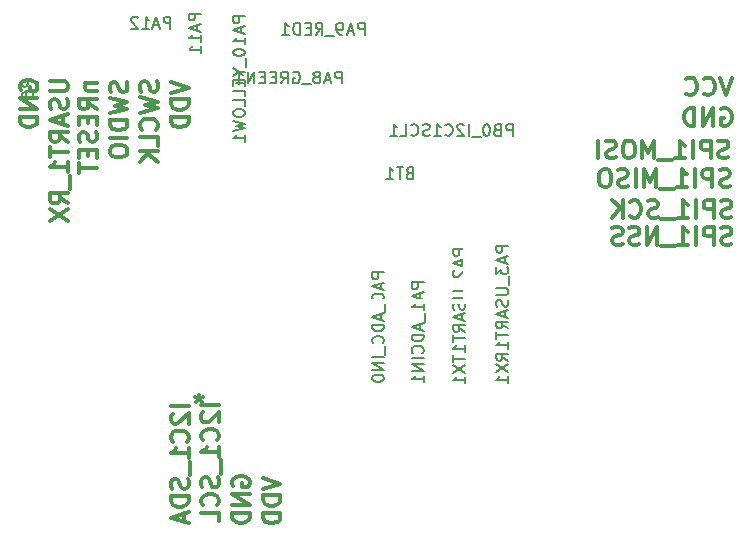
<source format=gbr>
G04 #@! TF.FileFunction,Legend,Bot*
%FSLAX46Y46*%
G04 Gerber Fmt 4.6, Leading zero omitted, Abs format (unit mm)*
G04 Created by KiCad (PCBNEW (2015-04-17 BZR 5609)-product) date Friday, 04 September 2015 01:48:52 pm*
%MOMM*%
G01*
G04 APERTURE LIST*
%ADD10C,0.100000*%
%ADD11C,0.300000*%
%ADD12C,0.150000*%
%ADD13C,0.400000*%
%ADD14C,0.500000*%
%ADD15C,2.235200*%
%ADD16R,1.727200X2.032000*%
%ADD17O,1.727200X2.032000*%
%ADD18R,2.235200X2.235200*%
%ADD19R,2.032000X1.727200*%
%ADD20O,2.032000X1.727200*%
%ADD21R,3.200000X4.200000*%
G04 APERTURE END LIST*
D10*
D11*
X142586971Y-91878400D02*
X144086971Y-92378400D01*
X142586971Y-92878400D01*
X144086971Y-93378400D02*
X142586971Y-93378400D01*
X142586971Y-93735543D01*
X142658400Y-93949828D01*
X142801257Y-94092686D01*
X142944114Y-94164114D01*
X143229829Y-94235543D01*
X143444114Y-94235543D01*
X143729829Y-94164114D01*
X143872686Y-94092686D01*
X144015543Y-93949828D01*
X144086971Y-93735543D01*
X144086971Y-93378400D01*
X144086971Y-94878400D02*
X142586971Y-94878400D01*
X142586971Y-95235543D01*
X142658400Y-95449828D01*
X142801257Y-95592686D01*
X142944114Y-95664114D01*
X143229829Y-95735543D01*
X143444114Y-95735543D01*
X143729829Y-95664114D01*
X143872686Y-95592686D01*
X144015543Y-95449828D01*
X144086971Y-95235543D01*
X144086971Y-94878400D01*
X141424743Y-91857143D02*
X141496171Y-92071429D01*
X141496171Y-92428572D01*
X141424743Y-92571429D01*
X141353314Y-92642858D01*
X141210457Y-92714286D01*
X141067600Y-92714286D01*
X140924743Y-92642858D01*
X140853314Y-92571429D01*
X140781886Y-92428572D01*
X140710457Y-92142858D01*
X140639029Y-92000000D01*
X140567600Y-91928572D01*
X140424743Y-91857143D01*
X140281886Y-91857143D01*
X140139029Y-91928572D01*
X140067600Y-92000000D01*
X139996171Y-92142858D01*
X139996171Y-92500000D01*
X140067600Y-92714286D01*
X139996171Y-93214286D02*
X141496171Y-93571429D01*
X140424743Y-93857143D01*
X141496171Y-94142857D01*
X139996171Y-94500000D01*
X141353314Y-95928572D02*
X141424743Y-95857143D01*
X141496171Y-95642857D01*
X141496171Y-95500000D01*
X141424743Y-95285715D01*
X141281886Y-95142857D01*
X141139029Y-95071429D01*
X140853314Y-95000000D01*
X140639029Y-95000000D01*
X140353314Y-95071429D01*
X140210457Y-95142857D01*
X140067600Y-95285715D01*
X139996171Y-95500000D01*
X139996171Y-95642857D01*
X140067600Y-95857143D01*
X140139029Y-95928572D01*
X141496171Y-97285715D02*
X141496171Y-96571429D01*
X139996171Y-96571429D01*
X141496171Y-97785715D02*
X139996171Y-97785715D01*
X141496171Y-98642858D02*
X140639029Y-98000001D01*
X139996171Y-98642858D02*
X140853314Y-97785715D01*
X138833943Y-91919028D02*
X138905371Y-92133314D01*
X138905371Y-92490457D01*
X138833943Y-92633314D01*
X138762514Y-92704743D01*
X138619657Y-92776171D01*
X138476800Y-92776171D01*
X138333943Y-92704743D01*
X138262514Y-92633314D01*
X138191086Y-92490457D01*
X138119657Y-92204743D01*
X138048229Y-92061885D01*
X137976800Y-91990457D01*
X137833943Y-91919028D01*
X137691086Y-91919028D01*
X137548229Y-91990457D01*
X137476800Y-92061885D01*
X137405371Y-92204743D01*
X137405371Y-92561885D01*
X137476800Y-92776171D01*
X137405371Y-93276171D02*
X138905371Y-93633314D01*
X137833943Y-93919028D01*
X138905371Y-94204742D01*
X137405371Y-94561885D01*
X138905371Y-95133314D02*
X137405371Y-95133314D01*
X137405371Y-95490457D01*
X137476800Y-95704742D01*
X137619657Y-95847600D01*
X137762514Y-95919028D01*
X138048229Y-95990457D01*
X138262514Y-95990457D01*
X138548229Y-95919028D01*
X138691086Y-95847600D01*
X138833943Y-95704742D01*
X138905371Y-95490457D01*
X138905371Y-95133314D01*
X138905371Y-96633314D02*
X137405371Y-96633314D01*
X137405371Y-97633314D02*
X137405371Y-97919028D01*
X137476800Y-98061886D01*
X137619657Y-98204743D01*
X137905371Y-98276171D01*
X138405371Y-98276171D01*
X138691086Y-98204743D01*
X138833943Y-98061886D01*
X138905371Y-97919028D01*
X138905371Y-97633314D01*
X138833943Y-97490457D01*
X138691086Y-97347600D01*
X138405371Y-97276171D01*
X137905371Y-97276171D01*
X137619657Y-97347600D01*
X137476800Y-97490457D01*
X137405371Y-97633314D01*
X135314571Y-91992915D02*
X136314571Y-91992915D01*
X135457429Y-91992915D02*
X135386000Y-92064343D01*
X135314571Y-92207201D01*
X135314571Y-92421486D01*
X135386000Y-92564343D01*
X135528857Y-92635772D01*
X136314571Y-92635772D01*
X136314571Y-94207201D02*
X135600286Y-93707201D01*
X136314571Y-93350058D02*
X134814571Y-93350058D01*
X134814571Y-93921486D01*
X134886000Y-94064344D01*
X134957429Y-94135772D01*
X135100286Y-94207201D01*
X135314571Y-94207201D01*
X135457429Y-94135772D01*
X135528857Y-94064344D01*
X135600286Y-93921486D01*
X135600286Y-93350058D01*
X135528857Y-94850058D02*
X135528857Y-95350058D01*
X136314571Y-95564344D02*
X136314571Y-94850058D01*
X134814571Y-94850058D01*
X134814571Y-95564344D01*
X136243143Y-96135772D02*
X136314571Y-96350058D01*
X136314571Y-96707201D01*
X136243143Y-96850058D01*
X136171714Y-96921487D01*
X136028857Y-96992915D01*
X135886000Y-96992915D01*
X135743143Y-96921487D01*
X135671714Y-96850058D01*
X135600286Y-96707201D01*
X135528857Y-96421487D01*
X135457429Y-96278629D01*
X135386000Y-96207201D01*
X135243143Y-96135772D01*
X135100286Y-96135772D01*
X134957429Y-96207201D01*
X134886000Y-96278629D01*
X134814571Y-96421487D01*
X134814571Y-96778629D01*
X134886000Y-96992915D01*
X135528857Y-97635772D02*
X135528857Y-98135772D01*
X136314571Y-98350058D02*
X136314571Y-97635772D01*
X134814571Y-97635772D01*
X134814571Y-98350058D01*
X134814571Y-98778629D02*
X134814571Y-99635772D01*
X136314571Y-99207201D02*
X134814571Y-99207201D01*
X132376171Y-91831258D02*
X133590457Y-91831258D01*
X133733314Y-91902686D01*
X133804743Y-91974115D01*
X133876171Y-92116972D01*
X133876171Y-92402686D01*
X133804743Y-92545544D01*
X133733314Y-92616972D01*
X133590457Y-92688401D01*
X132376171Y-92688401D01*
X133804743Y-93331258D02*
X133876171Y-93545544D01*
X133876171Y-93902687D01*
X133804743Y-94045544D01*
X133733314Y-94116973D01*
X133590457Y-94188401D01*
X133447600Y-94188401D01*
X133304743Y-94116973D01*
X133233314Y-94045544D01*
X133161886Y-93902687D01*
X133090457Y-93616973D01*
X133019029Y-93474115D01*
X132947600Y-93402687D01*
X132804743Y-93331258D01*
X132661886Y-93331258D01*
X132519029Y-93402687D01*
X132447600Y-93474115D01*
X132376171Y-93616973D01*
X132376171Y-93974115D01*
X132447600Y-94188401D01*
X133447600Y-94759829D02*
X133447600Y-95474115D01*
X133876171Y-94616972D02*
X132376171Y-95116972D01*
X133876171Y-95616972D01*
X133876171Y-96974115D02*
X133161886Y-96474115D01*
X133876171Y-96116972D02*
X132376171Y-96116972D01*
X132376171Y-96688400D01*
X132447600Y-96831258D01*
X132519029Y-96902686D01*
X132661886Y-96974115D01*
X132876171Y-96974115D01*
X133019029Y-96902686D01*
X133090457Y-96831258D01*
X133161886Y-96688400D01*
X133161886Y-96116972D01*
X132376171Y-97402686D02*
X132376171Y-98259829D01*
X133876171Y-97831258D02*
X132376171Y-97831258D01*
X133876171Y-99545543D02*
X133876171Y-98688400D01*
X133876171Y-99116972D02*
X132376171Y-99116972D01*
X132590457Y-98974115D01*
X132733314Y-98831257D01*
X132804743Y-98688400D01*
X134019029Y-99831257D02*
X134019029Y-100974114D01*
X133876171Y-102188400D02*
X133161886Y-101688400D01*
X133876171Y-101331257D02*
X132376171Y-101331257D01*
X132376171Y-101902685D01*
X132447600Y-102045543D01*
X132519029Y-102116971D01*
X132661886Y-102188400D01*
X132876171Y-102188400D01*
X133019029Y-102116971D01*
X133090457Y-102045543D01*
X133161886Y-101902685D01*
X133161886Y-101331257D01*
X132376171Y-102688400D02*
X133876171Y-103688400D01*
X132376171Y-103688400D02*
X133876171Y-102688400D01*
X129856800Y-92583143D02*
X129785371Y-92440286D01*
X129785371Y-92226000D01*
X129856800Y-92011715D01*
X129999657Y-91868857D01*
X130142514Y-91797429D01*
X130428229Y-91726000D01*
X130642514Y-91726000D01*
X130928229Y-91797429D01*
X131071086Y-91868857D01*
X131213943Y-92011715D01*
X131285371Y-92226000D01*
X131285371Y-92368857D01*
X131213943Y-92583143D01*
X131142514Y-92654572D01*
X130642514Y-92654572D01*
X130642514Y-92368857D01*
X131285371Y-93297429D02*
X129785371Y-93297429D01*
X131285371Y-94154572D01*
X129785371Y-94154572D01*
X131285371Y-94868858D02*
X129785371Y-94868858D01*
X129785371Y-95226001D01*
X129856800Y-95440286D01*
X129999657Y-95583144D01*
X130142514Y-95654572D01*
X130428229Y-95726001D01*
X130642514Y-95726001D01*
X130928229Y-95654572D01*
X131071086Y-95583144D01*
X131213943Y-95440286D01*
X131285371Y-95226001D01*
X131285371Y-94868858D01*
X190061600Y-91532971D02*
X189561600Y-93032971D01*
X189061600Y-91532971D01*
X187704457Y-92890114D02*
X187775886Y-92961543D01*
X187990172Y-93032971D01*
X188133029Y-93032971D01*
X188347314Y-92961543D01*
X188490172Y-92818686D01*
X188561600Y-92675829D01*
X188633029Y-92390114D01*
X188633029Y-92175829D01*
X188561600Y-91890114D01*
X188490172Y-91747257D01*
X188347314Y-91604400D01*
X188133029Y-91532971D01*
X187990172Y-91532971D01*
X187775886Y-91604400D01*
X187704457Y-91675829D01*
X186204457Y-92890114D02*
X186275886Y-92961543D01*
X186490172Y-93032971D01*
X186633029Y-93032971D01*
X186847314Y-92961543D01*
X186990172Y-92818686D01*
X187061600Y-92675829D01*
X187133029Y-92390114D01*
X187133029Y-92175829D01*
X187061600Y-91890114D01*
X186990172Y-91747257D01*
X186847314Y-91604400D01*
X186633029Y-91532971D01*
X186490172Y-91532971D01*
X186275886Y-91604400D01*
X186204457Y-91675829D01*
X189204457Y-94195200D02*
X189347314Y-94123771D01*
X189561600Y-94123771D01*
X189775885Y-94195200D01*
X189918743Y-94338057D01*
X189990171Y-94480914D01*
X190061600Y-94766629D01*
X190061600Y-94980914D01*
X189990171Y-95266629D01*
X189918743Y-95409486D01*
X189775885Y-95552343D01*
X189561600Y-95623771D01*
X189418743Y-95623771D01*
X189204457Y-95552343D01*
X189133028Y-95480914D01*
X189133028Y-94980914D01*
X189418743Y-94980914D01*
X188490171Y-95623771D02*
X188490171Y-94123771D01*
X187633028Y-95623771D01*
X187633028Y-94123771D01*
X186918742Y-95623771D02*
X186918742Y-94123771D01*
X186561599Y-94123771D01*
X186347314Y-94195200D01*
X186204456Y-94338057D01*
X186133028Y-94480914D01*
X186061599Y-94766629D01*
X186061599Y-94980914D01*
X186133028Y-95266629D01*
X186204456Y-95409486D01*
X186347314Y-95552343D01*
X186561599Y-95623771D01*
X186918742Y-95623771D01*
X189787314Y-98295543D02*
X189573028Y-98366971D01*
X189215885Y-98366971D01*
X189073028Y-98295543D01*
X189001599Y-98224114D01*
X188930171Y-98081257D01*
X188930171Y-97938400D01*
X189001599Y-97795543D01*
X189073028Y-97724114D01*
X189215885Y-97652686D01*
X189501599Y-97581257D01*
X189644457Y-97509829D01*
X189715885Y-97438400D01*
X189787314Y-97295543D01*
X189787314Y-97152686D01*
X189715885Y-97009829D01*
X189644457Y-96938400D01*
X189501599Y-96866971D01*
X189144457Y-96866971D01*
X188930171Y-96938400D01*
X188287314Y-98366971D02*
X188287314Y-96866971D01*
X187715886Y-96866971D01*
X187573028Y-96938400D01*
X187501600Y-97009829D01*
X187430171Y-97152686D01*
X187430171Y-97366971D01*
X187501600Y-97509829D01*
X187573028Y-97581257D01*
X187715886Y-97652686D01*
X188287314Y-97652686D01*
X186787314Y-98366971D02*
X186787314Y-96866971D01*
X185287314Y-98366971D02*
X186144457Y-98366971D01*
X185715885Y-98366971D02*
X185715885Y-96866971D01*
X185858742Y-97081257D01*
X186001600Y-97224114D01*
X186144457Y-97295543D01*
X185001600Y-98509829D02*
X183858743Y-98509829D01*
X183501600Y-98366971D02*
X183501600Y-96866971D01*
X183001600Y-97938400D01*
X182501600Y-96866971D01*
X182501600Y-98366971D01*
X181501600Y-96866971D02*
X181215886Y-96866971D01*
X181073028Y-96938400D01*
X180930171Y-97081257D01*
X180858743Y-97366971D01*
X180858743Y-97866971D01*
X180930171Y-98152686D01*
X181073028Y-98295543D01*
X181215886Y-98366971D01*
X181501600Y-98366971D01*
X181644457Y-98295543D01*
X181787314Y-98152686D01*
X181858743Y-97866971D01*
X181858743Y-97366971D01*
X181787314Y-97081257D01*
X181644457Y-96938400D01*
X181501600Y-96866971D01*
X180287314Y-98295543D02*
X180073028Y-98366971D01*
X179715885Y-98366971D01*
X179573028Y-98295543D01*
X179501599Y-98224114D01*
X179430171Y-98081257D01*
X179430171Y-97938400D01*
X179501599Y-97795543D01*
X179573028Y-97724114D01*
X179715885Y-97652686D01*
X180001599Y-97581257D01*
X180144457Y-97509829D01*
X180215885Y-97438400D01*
X180287314Y-97295543D01*
X180287314Y-97152686D01*
X180215885Y-97009829D01*
X180144457Y-96938400D01*
X180001599Y-96866971D01*
X179644457Y-96866971D01*
X179430171Y-96938400D01*
X178787314Y-98366971D02*
X178787314Y-96866971D01*
X189939714Y-100733943D02*
X189725428Y-100805371D01*
X189368285Y-100805371D01*
X189225428Y-100733943D01*
X189153999Y-100662514D01*
X189082571Y-100519657D01*
X189082571Y-100376800D01*
X189153999Y-100233943D01*
X189225428Y-100162514D01*
X189368285Y-100091086D01*
X189653999Y-100019657D01*
X189796857Y-99948229D01*
X189868285Y-99876800D01*
X189939714Y-99733943D01*
X189939714Y-99591086D01*
X189868285Y-99448229D01*
X189796857Y-99376800D01*
X189653999Y-99305371D01*
X189296857Y-99305371D01*
X189082571Y-99376800D01*
X188439714Y-100805371D02*
X188439714Y-99305371D01*
X187868286Y-99305371D01*
X187725428Y-99376800D01*
X187654000Y-99448229D01*
X187582571Y-99591086D01*
X187582571Y-99805371D01*
X187654000Y-99948229D01*
X187725428Y-100019657D01*
X187868286Y-100091086D01*
X188439714Y-100091086D01*
X186939714Y-100805371D02*
X186939714Y-99305371D01*
X185439714Y-100805371D02*
X186296857Y-100805371D01*
X185868285Y-100805371D02*
X185868285Y-99305371D01*
X186011142Y-99519657D01*
X186154000Y-99662514D01*
X186296857Y-99733943D01*
X185154000Y-100948229D02*
X184011143Y-100948229D01*
X183654000Y-100805371D02*
X183654000Y-99305371D01*
X183154000Y-100376800D01*
X182654000Y-99305371D01*
X182654000Y-100805371D01*
X181939714Y-100805371D02*
X181939714Y-99305371D01*
X181296857Y-100733943D02*
X181082571Y-100805371D01*
X180725428Y-100805371D01*
X180582571Y-100733943D01*
X180511142Y-100662514D01*
X180439714Y-100519657D01*
X180439714Y-100376800D01*
X180511142Y-100233943D01*
X180582571Y-100162514D01*
X180725428Y-100091086D01*
X181011142Y-100019657D01*
X181154000Y-99948229D01*
X181225428Y-99876800D01*
X181296857Y-99733943D01*
X181296857Y-99591086D01*
X181225428Y-99448229D01*
X181154000Y-99376800D01*
X181011142Y-99305371D01*
X180654000Y-99305371D01*
X180439714Y-99376800D01*
X179511143Y-99305371D02*
X179225429Y-99305371D01*
X179082571Y-99376800D01*
X178939714Y-99519657D01*
X178868286Y-99805371D01*
X178868286Y-100305371D01*
X178939714Y-100591086D01*
X179082571Y-100733943D01*
X179225429Y-100805371D01*
X179511143Y-100805371D01*
X179654000Y-100733943D01*
X179796857Y-100591086D01*
X179868286Y-100305371D01*
X179868286Y-99805371D01*
X179796857Y-99519657D01*
X179654000Y-99376800D01*
X179511143Y-99305371D01*
X190049314Y-103324743D02*
X189835028Y-103396171D01*
X189477885Y-103396171D01*
X189335028Y-103324743D01*
X189263599Y-103253314D01*
X189192171Y-103110457D01*
X189192171Y-102967600D01*
X189263599Y-102824743D01*
X189335028Y-102753314D01*
X189477885Y-102681886D01*
X189763599Y-102610457D01*
X189906457Y-102539029D01*
X189977885Y-102467600D01*
X190049314Y-102324743D01*
X190049314Y-102181886D01*
X189977885Y-102039029D01*
X189906457Y-101967600D01*
X189763599Y-101896171D01*
X189406457Y-101896171D01*
X189192171Y-101967600D01*
X188549314Y-103396171D02*
X188549314Y-101896171D01*
X187977886Y-101896171D01*
X187835028Y-101967600D01*
X187763600Y-102039029D01*
X187692171Y-102181886D01*
X187692171Y-102396171D01*
X187763600Y-102539029D01*
X187835028Y-102610457D01*
X187977886Y-102681886D01*
X188549314Y-102681886D01*
X187049314Y-103396171D02*
X187049314Y-101896171D01*
X185549314Y-103396171D02*
X186406457Y-103396171D01*
X185977885Y-103396171D02*
X185977885Y-101896171D01*
X186120742Y-102110457D01*
X186263600Y-102253314D01*
X186406457Y-102324743D01*
X185263600Y-103539029D02*
X184120743Y-103539029D01*
X183835029Y-103324743D02*
X183620743Y-103396171D01*
X183263600Y-103396171D01*
X183120743Y-103324743D01*
X183049314Y-103253314D01*
X182977886Y-103110457D01*
X182977886Y-102967600D01*
X183049314Y-102824743D01*
X183120743Y-102753314D01*
X183263600Y-102681886D01*
X183549314Y-102610457D01*
X183692172Y-102539029D01*
X183763600Y-102467600D01*
X183835029Y-102324743D01*
X183835029Y-102181886D01*
X183763600Y-102039029D01*
X183692172Y-101967600D01*
X183549314Y-101896171D01*
X183192172Y-101896171D01*
X182977886Y-101967600D01*
X181477886Y-103253314D02*
X181549315Y-103324743D01*
X181763601Y-103396171D01*
X181906458Y-103396171D01*
X182120743Y-103324743D01*
X182263601Y-103181886D01*
X182335029Y-103039029D01*
X182406458Y-102753314D01*
X182406458Y-102539029D01*
X182335029Y-102253314D01*
X182263601Y-102110457D01*
X182120743Y-101967600D01*
X181906458Y-101896171D01*
X181763601Y-101896171D01*
X181549315Y-101967600D01*
X181477886Y-102039029D01*
X180835029Y-103396171D02*
X180835029Y-101896171D01*
X179977886Y-103396171D02*
X180620743Y-102539029D01*
X179977886Y-101896171D02*
X180835029Y-102753314D01*
X190049314Y-105610743D02*
X189835028Y-105682171D01*
X189477885Y-105682171D01*
X189335028Y-105610743D01*
X189263599Y-105539314D01*
X189192171Y-105396457D01*
X189192171Y-105253600D01*
X189263599Y-105110743D01*
X189335028Y-105039314D01*
X189477885Y-104967886D01*
X189763599Y-104896457D01*
X189906457Y-104825029D01*
X189977885Y-104753600D01*
X190049314Y-104610743D01*
X190049314Y-104467886D01*
X189977885Y-104325029D01*
X189906457Y-104253600D01*
X189763599Y-104182171D01*
X189406457Y-104182171D01*
X189192171Y-104253600D01*
X188549314Y-105682171D02*
X188549314Y-104182171D01*
X187977886Y-104182171D01*
X187835028Y-104253600D01*
X187763600Y-104325029D01*
X187692171Y-104467886D01*
X187692171Y-104682171D01*
X187763600Y-104825029D01*
X187835028Y-104896457D01*
X187977886Y-104967886D01*
X188549314Y-104967886D01*
X187049314Y-105682171D02*
X187049314Y-104182171D01*
X185549314Y-105682171D02*
X186406457Y-105682171D01*
X185977885Y-105682171D02*
X185977885Y-104182171D01*
X186120742Y-104396457D01*
X186263600Y-104539314D01*
X186406457Y-104610743D01*
X185263600Y-105825029D02*
X184120743Y-105825029D01*
X183763600Y-105682171D02*
X183763600Y-104182171D01*
X182906457Y-105682171D01*
X182906457Y-104182171D01*
X182263600Y-105610743D02*
X182049314Y-105682171D01*
X181692171Y-105682171D01*
X181549314Y-105610743D01*
X181477885Y-105539314D01*
X181406457Y-105396457D01*
X181406457Y-105253600D01*
X181477885Y-105110743D01*
X181549314Y-105039314D01*
X181692171Y-104967886D01*
X181977885Y-104896457D01*
X182120743Y-104825029D01*
X182192171Y-104753600D01*
X182263600Y-104610743D01*
X182263600Y-104467886D01*
X182192171Y-104325029D01*
X182120743Y-104253600D01*
X181977885Y-104182171D01*
X181620743Y-104182171D01*
X181406457Y-104253600D01*
X180835029Y-105610743D02*
X180620743Y-105682171D01*
X180263600Y-105682171D01*
X180120743Y-105610743D01*
X180049314Y-105539314D01*
X179977886Y-105396457D01*
X179977886Y-105253600D01*
X180049314Y-105110743D01*
X180120743Y-105039314D01*
X180263600Y-104967886D01*
X180549314Y-104896457D01*
X180692172Y-104825029D01*
X180763600Y-104753600D01*
X180835029Y-104610743D01*
X180835029Y-104467886D01*
X180763600Y-104325029D01*
X180692172Y-104253600D01*
X180549314Y-104182171D01*
X180192172Y-104182171D01*
X179977886Y-104253600D01*
X144086971Y-119348858D02*
X142586971Y-119348858D01*
X142729829Y-119991715D02*
X142658400Y-120063144D01*
X142586971Y-120206001D01*
X142586971Y-120563144D01*
X142658400Y-120706001D01*
X142729829Y-120777430D01*
X142872686Y-120848858D01*
X143015543Y-120848858D01*
X143229829Y-120777430D01*
X144086971Y-119920287D01*
X144086971Y-120848858D01*
X143944114Y-122348858D02*
X144015543Y-122277429D01*
X144086971Y-122063143D01*
X144086971Y-121920286D01*
X144015543Y-121706001D01*
X143872686Y-121563143D01*
X143729829Y-121491715D01*
X143444114Y-121420286D01*
X143229829Y-121420286D01*
X142944114Y-121491715D01*
X142801257Y-121563143D01*
X142658400Y-121706001D01*
X142586971Y-121920286D01*
X142586971Y-122063143D01*
X142658400Y-122277429D01*
X142729829Y-122348858D01*
X144086971Y-123777429D02*
X144086971Y-122920286D01*
X144086971Y-123348858D02*
X142586971Y-123348858D01*
X142801257Y-123206001D01*
X142944114Y-123063143D01*
X143015543Y-122920286D01*
X144229829Y-124063143D02*
X144229829Y-125206000D01*
X144015543Y-125491714D02*
X144086971Y-125706000D01*
X144086971Y-126063143D01*
X144015543Y-126206000D01*
X143944114Y-126277429D01*
X143801257Y-126348857D01*
X143658400Y-126348857D01*
X143515543Y-126277429D01*
X143444114Y-126206000D01*
X143372686Y-126063143D01*
X143301257Y-125777429D01*
X143229829Y-125634571D01*
X143158400Y-125563143D01*
X143015543Y-125491714D01*
X142872686Y-125491714D01*
X142729829Y-125563143D01*
X142658400Y-125634571D01*
X142586971Y-125777429D01*
X142586971Y-126134571D01*
X142658400Y-126348857D01*
X144086971Y-126991714D02*
X142586971Y-126991714D01*
X142586971Y-127348857D01*
X142658400Y-127563142D01*
X142801257Y-127706000D01*
X142944114Y-127777428D01*
X143229829Y-127848857D01*
X143444114Y-127848857D01*
X143729829Y-127777428D01*
X143872686Y-127706000D01*
X144015543Y-127563142D01*
X144086971Y-127348857D01*
X144086971Y-126991714D01*
X143658400Y-128420285D02*
X143658400Y-129134571D01*
X144086971Y-128277428D02*
X142586971Y-128777428D01*
X144086971Y-129277428D01*
X146677771Y-119232172D02*
X145177771Y-119232172D01*
X145320629Y-119875029D02*
X145249200Y-119946458D01*
X145177771Y-120089315D01*
X145177771Y-120446458D01*
X145249200Y-120589315D01*
X145320629Y-120660744D01*
X145463486Y-120732172D01*
X145606343Y-120732172D01*
X145820629Y-120660744D01*
X146677771Y-119803601D01*
X146677771Y-120732172D01*
X146534914Y-122232172D02*
X146606343Y-122160743D01*
X146677771Y-121946457D01*
X146677771Y-121803600D01*
X146606343Y-121589315D01*
X146463486Y-121446457D01*
X146320629Y-121375029D01*
X146034914Y-121303600D01*
X145820629Y-121303600D01*
X145534914Y-121375029D01*
X145392057Y-121446457D01*
X145249200Y-121589315D01*
X145177771Y-121803600D01*
X145177771Y-121946457D01*
X145249200Y-122160743D01*
X145320629Y-122232172D01*
X146677771Y-123660743D02*
X146677771Y-122803600D01*
X146677771Y-123232172D02*
X145177771Y-123232172D01*
X145392057Y-123089315D01*
X145534914Y-122946457D01*
X145606343Y-122803600D01*
X146820629Y-123946457D02*
X146820629Y-125089314D01*
X146606343Y-125375028D02*
X146677771Y-125589314D01*
X146677771Y-125946457D01*
X146606343Y-126089314D01*
X146534914Y-126160743D01*
X146392057Y-126232171D01*
X146249200Y-126232171D01*
X146106343Y-126160743D01*
X146034914Y-126089314D01*
X145963486Y-125946457D01*
X145892057Y-125660743D01*
X145820629Y-125517885D01*
X145749200Y-125446457D01*
X145606343Y-125375028D01*
X145463486Y-125375028D01*
X145320629Y-125446457D01*
X145249200Y-125517885D01*
X145177771Y-125660743D01*
X145177771Y-126017885D01*
X145249200Y-126232171D01*
X146534914Y-127732171D02*
X146606343Y-127660742D01*
X146677771Y-127446456D01*
X146677771Y-127303599D01*
X146606343Y-127089314D01*
X146463486Y-126946456D01*
X146320629Y-126875028D01*
X146034914Y-126803599D01*
X145820629Y-126803599D01*
X145534914Y-126875028D01*
X145392057Y-126946456D01*
X145249200Y-127089314D01*
X145177771Y-127303599D01*
X145177771Y-127446456D01*
X145249200Y-127660742D01*
X145320629Y-127732171D01*
X146677771Y-129089314D02*
X146677771Y-128375028D01*
X145177771Y-128375028D01*
X147840000Y-126111143D02*
X147768571Y-125968286D01*
X147768571Y-125754000D01*
X147840000Y-125539715D01*
X147982857Y-125396857D01*
X148125714Y-125325429D01*
X148411429Y-125254000D01*
X148625714Y-125254000D01*
X148911429Y-125325429D01*
X149054286Y-125396857D01*
X149197143Y-125539715D01*
X149268571Y-125754000D01*
X149268571Y-125896857D01*
X149197143Y-126111143D01*
X149125714Y-126182572D01*
X148625714Y-126182572D01*
X148625714Y-125896857D01*
X149268571Y-126825429D02*
X147768571Y-126825429D01*
X149268571Y-127682572D01*
X147768571Y-127682572D01*
X149268571Y-128396858D02*
X147768571Y-128396858D01*
X147768571Y-128754001D01*
X147840000Y-128968286D01*
X147982857Y-129111144D01*
X148125714Y-129182572D01*
X148411429Y-129254001D01*
X148625714Y-129254001D01*
X148911429Y-129182572D01*
X149054286Y-129111144D01*
X149197143Y-128968286D01*
X149268571Y-128754001D01*
X149268571Y-128396858D01*
X150359371Y-125406400D02*
X151859371Y-125906400D01*
X150359371Y-126406400D01*
X151859371Y-126906400D02*
X150359371Y-126906400D01*
X150359371Y-127263543D01*
X150430800Y-127477828D01*
X150573657Y-127620686D01*
X150716514Y-127692114D01*
X151002229Y-127763543D01*
X151216514Y-127763543D01*
X151502229Y-127692114D01*
X151645086Y-127620686D01*
X151787943Y-127477828D01*
X151859371Y-127263543D01*
X151859371Y-126906400D01*
X151859371Y-128406400D02*
X150359371Y-128406400D01*
X150359371Y-128763543D01*
X150430800Y-128977828D01*
X150573657Y-129120686D01*
X150716514Y-129192114D01*
X151002229Y-129263543D01*
X151216514Y-129263543D01*
X151502229Y-129192114D01*
X151645086Y-129120686D01*
X151787943Y-128977828D01*
X151859371Y-128763543D01*
X151859371Y-128406400D01*
X144970499Y-118368071D02*
X144970499Y-118725214D01*
X145327642Y-118582357D02*
X144970499Y-118725214D01*
X144613357Y-118582357D01*
X145184785Y-119010929D02*
X144970499Y-118725214D01*
X144756214Y-119010929D01*
D12*
X130944881Y-91717905D02*
X129944881Y-91717905D01*
X129944881Y-92098858D01*
X129992500Y-92194096D01*
X130040119Y-92241715D01*
X130135357Y-92289334D01*
X130278214Y-92289334D01*
X130373452Y-92241715D01*
X130421071Y-92194096D01*
X130468690Y-92098858D01*
X130468690Y-91717905D01*
X129944881Y-93146477D02*
X129944881Y-92956000D01*
X129992500Y-92860762D01*
X130040119Y-92813143D01*
X130182976Y-92717905D01*
X130373452Y-92670286D01*
X130754405Y-92670286D01*
X130849643Y-92717905D01*
X130897262Y-92765524D01*
X130944881Y-92860762D01*
X130944881Y-93051239D01*
X130897262Y-93146477D01*
X130849643Y-93194096D01*
X130754405Y-93241715D01*
X130516310Y-93241715D01*
X130421071Y-93194096D01*
X130373452Y-93146477D01*
X130325833Y-93051239D01*
X130325833Y-92860762D01*
X130373452Y-92765524D01*
X130421071Y-92717905D01*
X130516310Y-92670286D01*
X160624781Y-108028362D02*
X159624781Y-108028362D01*
X159624781Y-108409315D01*
X159672400Y-108504553D01*
X159720019Y-108552172D01*
X159815257Y-108599791D01*
X159958114Y-108599791D01*
X160053352Y-108552172D01*
X160100971Y-108504553D01*
X160148590Y-108409315D01*
X160148590Y-108028362D01*
X160339067Y-108980743D02*
X160339067Y-109456934D01*
X160624781Y-108885505D02*
X159624781Y-109218838D01*
X160624781Y-109552172D01*
X159624781Y-110075981D02*
X159624781Y-110171220D01*
X159672400Y-110266458D01*
X159720019Y-110314077D01*
X159815257Y-110361696D01*
X160005733Y-110409315D01*
X160243829Y-110409315D01*
X160434305Y-110361696D01*
X160529543Y-110314077D01*
X160577162Y-110266458D01*
X160624781Y-110171220D01*
X160624781Y-110075981D01*
X160577162Y-109980743D01*
X160529543Y-109933124D01*
X160434305Y-109885505D01*
X160243829Y-109837886D01*
X160005733Y-109837886D01*
X159815257Y-109885505D01*
X159720019Y-109933124D01*
X159672400Y-109980743D01*
X159624781Y-110075981D01*
X160720019Y-110599791D02*
X160720019Y-111361696D01*
X160339067Y-111552172D02*
X160339067Y-112028363D01*
X160624781Y-111456934D02*
X159624781Y-111790267D01*
X160624781Y-112123601D01*
X160624781Y-112456934D02*
X159624781Y-112456934D01*
X159624781Y-112695029D01*
X159672400Y-112837887D01*
X159767638Y-112933125D01*
X159862876Y-112980744D01*
X160053352Y-113028363D01*
X160196210Y-113028363D01*
X160386686Y-112980744D01*
X160481924Y-112933125D01*
X160577162Y-112837887D01*
X160624781Y-112695029D01*
X160624781Y-112456934D01*
X160529543Y-114028363D02*
X160577162Y-113980744D01*
X160624781Y-113837887D01*
X160624781Y-113742649D01*
X160577162Y-113599791D01*
X160481924Y-113504553D01*
X160386686Y-113456934D01*
X160196210Y-113409315D01*
X160053352Y-113409315D01*
X159862876Y-113456934D01*
X159767638Y-113504553D01*
X159672400Y-113599791D01*
X159624781Y-113742649D01*
X159624781Y-113837887D01*
X159672400Y-113980744D01*
X159720019Y-114028363D01*
X160720019Y-114218839D02*
X160720019Y-114980744D01*
X160624781Y-115218839D02*
X159624781Y-115218839D01*
X160624781Y-115695029D02*
X159624781Y-115695029D01*
X160624781Y-116266458D01*
X159624781Y-116266458D01*
X159624781Y-116933124D02*
X159624781Y-117028363D01*
X159672400Y-117123601D01*
X159720019Y-117171220D01*
X159815257Y-117218839D01*
X160005733Y-117266458D01*
X160243829Y-117266458D01*
X160434305Y-117218839D01*
X160529543Y-117171220D01*
X160577162Y-117123601D01*
X160624781Y-117028363D01*
X160624781Y-116933124D01*
X160577162Y-116837886D01*
X160529543Y-116790267D01*
X160434305Y-116742648D01*
X160243829Y-116695029D01*
X160005733Y-116695029D01*
X159815257Y-116742648D01*
X159720019Y-116790267D01*
X159672400Y-116837886D01*
X159624781Y-116933124D01*
X163977581Y-108866514D02*
X162977581Y-108866514D01*
X162977581Y-109247467D01*
X163025200Y-109342705D01*
X163072819Y-109390324D01*
X163168057Y-109437943D01*
X163310914Y-109437943D01*
X163406152Y-109390324D01*
X163453771Y-109342705D01*
X163501390Y-109247467D01*
X163501390Y-108866514D01*
X163691867Y-109818895D02*
X163691867Y-110295086D01*
X163977581Y-109723657D02*
X162977581Y-110056990D01*
X163977581Y-110390324D01*
X163977581Y-111247467D02*
X163977581Y-110676038D01*
X163977581Y-110961752D02*
X162977581Y-110961752D01*
X163120438Y-110866514D01*
X163215676Y-110771276D01*
X163263295Y-110676038D01*
X164072819Y-111437943D02*
X164072819Y-112199848D01*
X163691867Y-112390324D02*
X163691867Y-112866515D01*
X163977581Y-112295086D02*
X162977581Y-112628419D01*
X163977581Y-112961753D01*
X163977581Y-113295086D02*
X162977581Y-113295086D01*
X162977581Y-113533181D01*
X163025200Y-113676039D01*
X163120438Y-113771277D01*
X163215676Y-113818896D01*
X163406152Y-113866515D01*
X163549010Y-113866515D01*
X163739486Y-113818896D01*
X163834724Y-113771277D01*
X163929962Y-113676039D01*
X163977581Y-113533181D01*
X163977581Y-113295086D01*
X163882343Y-114866515D02*
X163929962Y-114818896D01*
X163977581Y-114676039D01*
X163977581Y-114580801D01*
X163929962Y-114437943D01*
X163834724Y-114342705D01*
X163739486Y-114295086D01*
X163549010Y-114247467D01*
X163406152Y-114247467D01*
X163215676Y-114295086D01*
X163120438Y-114342705D01*
X163025200Y-114437943D01*
X162977581Y-114580801D01*
X162977581Y-114676039D01*
X163025200Y-114818896D01*
X163072819Y-114866515D01*
X163977581Y-115295086D02*
X162977581Y-115295086D01*
X163977581Y-115771276D02*
X162977581Y-115771276D01*
X163977581Y-116342705D01*
X162977581Y-116342705D01*
X163977581Y-117342705D02*
X163977581Y-116771276D01*
X163977581Y-117056990D02*
X162977581Y-117056990D01*
X163120438Y-116961752D01*
X163215676Y-116866514D01*
X163263295Y-116771276D01*
X167482781Y-106042533D02*
X166482781Y-106042533D01*
X166482781Y-106423486D01*
X166530400Y-106518724D01*
X166578019Y-106566343D01*
X166673257Y-106613962D01*
X166816114Y-106613962D01*
X166911352Y-106566343D01*
X166958971Y-106518724D01*
X167006590Y-106423486D01*
X167006590Y-106042533D01*
X167197067Y-106994914D02*
X167197067Y-107471105D01*
X167482781Y-106899676D02*
X166482781Y-107233009D01*
X167482781Y-107566343D01*
X166578019Y-107852057D02*
X166530400Y-107899676D01*
X166482781Y-107994914D01*
X166482781Y-108233010D01*
X166530400Y-108328248D01*
X166578019Y-108375867D01*
X166673257Y-108423486D01*
X166768495Y-108423486D01*
X166911352Y-108375867D01*
X167482781Y-107804438D01*
X167482781Y-108423486D01*
X167578019Y-108613962D02*
X167578019Y-109375867D01*
X166482781Y-109613962D02*
X167292305Y-109613962D01*
X167387543Y-109661581D01*
X167435162Y-109709200D01*
X167482781Y-109804438D01*
X167482781Y-109994915D01*
X167435162Y-110090153D01*
X167387543Y-110137772D01*
X167292305Y-110185391D01*
X166482781Y-110185391D01*
X167435162Y-110613962D02*
X167482781Y-110756819D01*
X167482781Y-110994915D01*
X167435162Y-111090153D01*
X167387543Y-111137772D01*
X167292305Y-111185391D01*
X167197067Y-111185391D01*
X167101829Y-111137772D01*
X167054210Y-111090153D01*
X167006590Y-110994915D01*
X166958971Y-110804438D01*
X166911352Y-110709200D01*
X166863733Y-110661581D01*
X166768495Y-110613962D01*
X166673257Y-110613962D01*
X166578019Y-110661581D01*
X166530400Y-110709200D01*
X166482781Y-110804438D01*
X166482781Y-111042534D01*
X166530400Y-111185391D01*
X167197067Y-111566343D02*
X167197067Y-112042534D01*
X167482781Y-111471105D02*
X166482781Y-111804438D01*
X167482781Y-112137772D01*
X167482781Y-113042534D02*
X167006590Y-112709200D01*
X167482781Y-112471105D02*
X166482781Y-112471105D01*
X166482781Y-112852058D01*
X166530400Y-112947296D01*
X166578019Y-112994915D01*
X166673257Y-113042534D01*
X166816114Y-113042534D01*
X166911352Y-112994915D01*
X166958971Y-112947296D01*
X167006590Y-112852058D01*
X167006590Y-112471105D01*
X166482781Y-113328248D02*
X166482781Y-113899677D01*
X167482781Y-113613962D02*
X166482781Y-113613962D01*
X167482781Y-114756820D02*
X167482781Y-114185391D01*
X167482781Y-114471105D02*
X166482781Y-114471105D01*
X166625638Y-114375867D01*
X166720876Y-114280629D01*
X166768495Y-114185391D01*
X166482781Y-115042534D02*
X166482781Y-115613963D01*
X167482781Y-115328248D02*
X166482781Y-115328248D01*
X166482781Y-115852058D02*
X167482781Y-116518725D01*
X166482781Y-116518725D02*
X167482781Y-115852058D01*
X167482781Y-117423487D02*
X167482781Y-116852058D01*
X167482781Y-117137772D02*
X166482781Y-117137772D01*
X166625638Y-117042534D01*
X166720876Y-116947296D01*
X166768495Y-116852058D01*
X171140381Y-105771085D02*
X170140381Y-105771085D01*
X170140381Y-106152038D01*
X170188000Y-106247276D01*
X170235619Y-106294895D01*
X170330857Y-106342514D01*
X170473714Y-106342514D01*
X170568952Y-106294895D01*
X170616571Y-106247276D01*
X170664190Y-106152038D01*
X170664190Y-105771085D01*
X170854667Y-106723466D02*
X170854667Y-107199657D01*
X171140381Y-106628228D02*
X170140381Y-106961561D01*
X171140381Y-107294895D01*
X170140381Y-107532990D02*
X170140381Y-108152038D01*
X170521333Y-107818704D01*
X170521333Y-107961562D01*
X170568952Y-108056800D01*
X170616571Y-108104419D01*
X170711810Y-108152038D01*
X170949905Y-108152038D01*
X171045143Y-108104419D01*
X171092762Y-108056800D01*
X171140381Y-107961562D01*
X171140381Y-107675847D01*
X171092762Y-107580609D01*
X171045143Y-107532990D01*
X171235619Y-108342514D02*
X171235619Y-109104419D01*
X170140381Y-109342514D02*
X170949905Y-109342514D01*
X171045143Y-109390133D01*
X171092762Y-109437752D01*
X171140381Y-109532990D01*
X171140381Y-109723467D01*
X171092762Y-109818705D01*
X171045143Y-109866324D01*
X170949905Y-109913943D01*
X170140381Y-109913943D01*
X171092762Y-110342514D02*
X171140381Y-110485371D01*
X171140381Y-110723467D01*
X171092762Y-110818705D01*
X171045143Y-110866324D01*
X170949905Y-110913943D01*
X170854667Y-110913943D01*
X170759429Y-110866324D01*
X170711810Y-110818705D01*
X170664190Y-110723467D01*
X170616571Y-110532990D01*
X170568952Y-110437752D01*
X170521333Y-110390133D01*
X170426095Y-110342514D01*
X170330857Y-110342514D01*
X170235619Y-110390133D01*
X170188000Y-110437752D01*
X170140381Y-110532990D01*
X170140381Y-110771086D01*
X170188000Y-110913943D01*
X170854667Y-111294895D02*
X170854667Y-111771086D01*
X171140381Y-111199657D02*
X170140381Y-111532990D01*
X171140381Y-111866324D01*
X171140381Y-112771086D02*
X170664190Y-112437752D01*
X171140381Y-112199657D02*
X170140381Y-112199657D01*
X170140381Y-112580610D01*
X170188000Y-112675848D01*
X170235619Y-112723467D01*
X170330857Y-112771086D01*
X170473714Y-112771086D01*
X170568952Y-112723467D01*
X170616571Y-112675848D01*
X170664190Y-112580610D01*
X170664190Y-112199657D01*
X170140381Y-113056800D02*
X170140381Y-113628229D01*
X171140381Y-113342514D02*
X170140381Y-113342514D01*
X171140381Y-114485372D02*
X171140381Y-113913943D01*
X171140381Y-114199657D02*
X170140381Y-114199657D01*
X170283238Y-114104419D01*
X170378476Y-114009181D01*
X170426095Y-113913943D01*
X171140381Y-115485372D02*
X170664190Y-115152038D01*
X171140381Y-114913943D02*
X170140381Y-114913943D01*
X170140381Y-115294896D01*
X170188000Y-115390134D01*
X170235619Y-115437753D01*
X170330857Y-115485372D01*
X170473714Y-115485372D01*
X170568952Y-115437753D01*
X170616571Y-115390134D01*
X170664190Y-115294896D01*
X170664190Y-114913943D01*
X170140381Y-115818705D02*
X171140381Y-116485372D01*
X170140381Y-116485372D02*
X171140381Y-115818705D01*
X171140381Y-117390134D02*
X171140381Y-116818705D01*
X171140381Y-117104419D02*
X170140381Y-117104419D01*
X170283238Y-117009181D01*
X170378476Y-116913943D01*
X170426095Y-116818705D01*
X157042881Y-92019381D02*
X157042881Y-91019381D01*
X156661928Y-91019381D01*
X156566690Y-91067000D01*
X156519071Y-91114619D01*
X156471452Y-91209857D01*
X156471452Y-91352714D01*
X156519071Y-91447952D01*
X156566690Y-91495571D01*
X156661928Y-91543190D01*
X157042881Y-91543190D01*
X156090500Y-91733667D02*
X155614309Y-91733667D01*
X156185738Y-92019381D02*
X155852405Y-91019381D01*
X155519071Y-92019381D01*
X155042881Y-91447952D02*
X155138119Y-91400333D01*
X155185738Y-91352714D01*
X155233357Y-91257476D01*
X155233357Y-91209857D01*
X155185738Y-91114619D01*
X155138119Y-91067000D01*
X155042881Y-91019381D01*
X154852404Y-91019381D01*
X154757166Y-91067000D01*
X154709547Y-91114619D01*
X154661928Y-91209857D01*
X154661928Y-91257476D01*
X154709547Y-91352714D01*
X154757166Y-91400333D01*
X154852404Y-91447952D01*
X155042881Y-91447952D01*
X155138119Y-91495571D01*
X155185738Y-91543190D01*
X155233357Y-91638429D01*
X155233357Y-91828905D01*
X155185738Y-91924143D01*
X155138119Y-91971762D01*
X155042881Y-92019381D01*
X154852404Y-92019381D01*
X154757166Y-91971762D01*
X154709547Y-91924143D01*
X154661928Y-91828905D01*
X154661928Y-91638429D01*
X154709547Y-91543190D01*
X154757166Y-91495571D01*
X154852404Y-91447952D01*
X154471452Y-92114619D02*
X153709547Y-92114619D01*
X152947642Y-91067000D02*
X153042880Y-91019381D01*
X153185737Y-91019381D01*
X153328595Y-91067000D01*
X153423833Y-91162238D01*
X153471452Y-91257476D01*
X153519071Y-91447952D01*
X153519071Y-91590810D01*
X153471452Y-91781286D01*
X153423833Y-91876524D01*
X153328595Y-91971762D01*
X153185737Y-92019381D01*
X153090499Y-92019381D01*
X152947642Y-91971762D01*
X152900023Y-91924143D01*
X152900023Y-91590810D01*
X153090499Y-91590810D01*
X151900023Y-92019381D02*
X152233357Y-91543190D01*
X152471452Y-92019381D02*
X152471452Y-91019381D01*
X152090499Y-91019381D01*
X151995261Y-91067000D01*
X151947642Y-91114619D01*
X151900023Y-91209857D01*
X151900023Y-91352714D01*
X151947642Y-91447952D01*
X151995261Y-91495571D01*
X152090499Y-91543190D01*
X152471452Y-91543190D01*
X151471452Y-91495571D02*
X151138118Y-91495571D01*
X150995261Y-92019381D02*
X151471452Y-92019381D01*
X151471452Y-91019381D01*
X150995261Y-91019381D01*
X150566690Y-91495571D02*
X150233356Y-91495571D01*
X150090499Y-92019381D02*
X150566690Y-92019381D01*
X150566690Y-91019381D01*
X150090499Y-91019381D01*
X149661928Y-92019381D02*
X149661928Y-91019381D01*
X149090499Y-92019381D01*
X149090499Y-91019381D01*
X148090499Y-92019381D02*
X148661928Y-92019381D01*
X148376214Y-92019381D02*
X148376214Y-91019381D01*
X148471452Y-91162238D01*
X148566690Y-91257476D01*
X148661928Y-91305095D01*
X158987691Y-87891881D02*
X158987691Y-86891881D01*
X158606738Y-86891881D01*
X158511500Y-86939500D01*
X158463881Y-86987119D01*
X158416262Y-87082357D01*
X158416262Y-87225214D01*
X158463881Y-87320452D01*
X158511500Y-87368071D01*
X158606738Y-87415690D01*
X158987691Y-87415690D01*
X158035310Y-87606167D02*
X157559119Y-87606167D01*
X158130548Y-87891881D02*
X157797215Y-86891881D01*
X157463881Y-87891881D01*
X157082929Y-87891881D02*
X156892453Y-87891881D01*
X156797214Y-87844262D01*
X156749595Y-87796643D01*
X156654357Y-87653786D01*
X156606738Y-87463310D01*
X156606738Y-87082357D01*
X156654357Y-86987119D01*
X156701976Y-86939500D01*
X156797214Y-86891881D01*
X156987691Y-86891881D01*
X157082929Y-86939500D01*
X157130548Y-86987119D01*
X157178167Y-87082357D01*
X157178167Y-87320452D01*
X157130548Y-87415690D01*
X157082929Y-87463310D01*
X156987691Y-87510929D01*
X156797214Y-87510929D01*
X156701976Y-87463310D01*
X156654357Y-87415690D01*
X156606738Y-87320452D01*
X156416262Y-87987119D02*
X155654357Y-87987119D01*
X154844833Y-87891881D02*
X155178167Y-87415690D01*
X155416262Y-87891881D02*
X155416262Y-86891881D01*
X155035309Y-86891881D01*
X154940071Y-86939500D01*
X154892452Y-86987119D01*
X154844833Y-87082357D01*
X154844833Y-87225214D01*
X154892452Y-87320452D01*
X154940071Y-87368071D01*
X155035309Y-87415690D01*
X155416262Y-87415690D01*
X154416262Y-87368071D02*
X154082928Y-87368071D01*
X153940071Y-87891881D02*
X154416262Y-87891881D01*
X154416262Y-86891881D01*
X153940071Y-86891881D01*
X153511500Y-87891881D02*
X153511500Y-86891881D01*
X153273405Y-86891881D01*
X153130547Y-86939500D01*
X153035309Y-87034738D01*
X152987690Y-87129976D01*
X152940071Y-87320452D01*
X152940071Y-87463310D01*
X152987690Y-87653786D01*
X153035309Y-87749024D01*
X153130547Y-87844262D01*
X153273405Y-87891881D01*
X153511500Y-87891881D01*
X151987690Y-87891881D02*
X152559119Y-87891881D01*
X152273405Y-87891881D02*
X152273405Y-86891881D01*
X152368643Y-87034738D01*
X152463881Y-87129976D01*
X152559119Y-87177595D01*
X148851881Y-86344785D02*
X147851881Y-86344785D01*
X147851881Y-86725738D01*
X147899500Y-86820976D01*
X147947119Y-86868595D01*
X148042357Y-86916214D01*
X148185214Y-86916214D01*
X148280452Y-86868595D01*
X148328071Y-86820976D01*
X148375690Y-86725738D01*
X148375690Y-86344785D01*
X148566167Y-87297166D02*
X148566167Y-87773357D01*
X148851881Y-87201928D02*
X147851881Y-87535261D01*
X148851881Y-87868595D01*
X148851881Y-88725738D02*
X148851881Y-88154309D01*
X148851881Y-88440023D02*
X147851881Y-88440023D01*
X147994738Y-88344785D01*
X148089976Y-88249547D01*
X148137595Y-88154309D01*
X147851881Y-89344785D02*
X147851881Y-89440024D01*
X147899500Y-89535262D01*
X147947119Y-89582881D01*
X148042357Y-89630500D01*
X148232833Y-89678119D01*
X148470929Y-89678119D01*
X148661405Y-89630500D01*
X148756643Y-89582881D01*
X148804262Y-89535262D01*
X148851881Y-89440024D01*
X148851881Y-89344785D01*
X148804262Y-89249547D01*
X148756643Y-89201928D01*
X148661405Y-89154309D01*
X148470929Y-89106690D01*
X148232833Y-89106690D01*
X148042357Y-89154309D01*
X147947119Y-89201928D01*
X147899500Y-89249547D01*
X147851881Y-89344785D01*
X148947119Y-89868595D02*
X148947119Y-90630500D01*
X148375690Y-91059071D02*
X148851881Y-91059071D01*
X147851881Y-90725738D02*
X148375690Y-91059071D01*
X147851881Y-91392405D01*
X148328071Y-91725738D02*
X148328071Y-92059072D01*
X148851881Y-92201929D02*
X148851881Y-91725738D01*
X147851881Y-91725738D01*
X147851881Y-92201929D01*
X148851881Y-93106691D02*
X148851881Y-92630500D01*
X147851881Y-92630500D01*
X148851881Y-93916215D02*
X148851881Y-93440024D01*
X147851881Y-93440024D01*
X147851881Y-94440024D02*
X147851881Y-94630501D01*
X147899500Y-94725739D01*
X147994738Y-94820977D01*
X148185214Y-94868596D01*
X148518548Y-94868596D01*
X148709024Y-94820977D01*
X148804262Y-94725739D01*
X148851881Y-94630501D01*
X148851881Y-94440024D01*
X148804262Y-94344786D01*
X148709024Y-94249548D01*
X148518548Y-94201929D01*
X148185214Y-94201929D01*
X147994738Y-94249548D01*
X147899500Y-94344786D01*
X147851881Y-94440024D01*
X147851881Y-95201929D02*
X148851881Y-95440024D01*
X148137595Y-95630501D01*
X148851881Y-95820977D01*
X147851881Y-96059072D01*
X148851881Y-96963834D02*
X148851881Y-96392405D01*
X148851881Y-96678119D02*
X147851881Y-96678119D01*
X147994738Y-96582881D01*
X148089976Y-96487643D01*
X148137595Y-96392405D01*
X145105381Y-86114143D02*
X144105381Y-86114143D01*
X144105381Y-86495096D01*
X144153000Y-86590334D01*
X144200619Y-86637953D01*
X144295857Y-86685572D01*
X144438714Y-86685572D01*
X144533952Y-86637953D01*
X144581571Y-86590334D01*
X144629190Y-86495096D01*
X144629190Y-86114143D01*
X144819667Y-87066524D02*
X144819667Y-87542715D01*
X145105381Y-86971286D02*
X144105381Y-87304619D01*
X145105381Y-87637953D01*
X145105381Y-88495096D02*
X145105381Y-87923667D01*
X145105381Y-88209381D02*
X144105381Y-88209381D01*
X144248238Y-88114143D01*
X144343476Y-88018905D01*
X144391095Y-87923667D01*
X145105381Y-89447477D02*
X145105381Y-88876048D01*
X145105381Y-89161762D02*
X144105381Y-89161762D01*
X144248238Y-89066524D01*
X144343476Y-88971286D01*
X144391095Y-88876048D01*
X142549357Y-87383881D02*
X142549357Y-86383881D01*
X142168404Y-86383881D01*
X142073166Y-86431500D01*
X142025547Y-86479119D01*
X141977928Y-86574357D01*
X141977928Y-86717214D01*
X142025547Y-86812452D01*
X142073166Y-86860071D01*
X142168404Y-86907690D01*
X142549357Y-86907690D01*
X141596976Y-87098167D02*
X141120785Y-87098167D01*
X141692214Y-87383881D02*
X141358881Y-86383881D01*
X141025547Y-87383881D01*
X140168404Y-87383881D02*
X140739833Y-87383881D01*
X140454119Y-87383881D02*
X140454119Y-86383881D01*
X140549357Y-86526738D01*
X140644595Y-86621976D01*
X140739833Y-86669595D01*
X139787452Y-86479119D02*
X139739833Y-86431500D01*
X139644595Y-86383881D01*
X139406499Y-86383881D01*
X139311261Y-86431500D01*
X139263642Y-86479119D01*
X139216023Y-86574357D01*
X139216023Y-86669595D01*
X139263642Y-86812452D01*
X139835071Y-87383881D01*
X139216023Y-87383881D01*
X171536667Y-96464381D02*
X171536667Y-95464381D01*
X171155714Y-95464381D01*
X171060476Y-95512000D01*
X171012857Y-95559619D01*
X170965238Y-95654857D01*
X170965238Y-95797714D01*
X171012857Y-95892952D01*
X171060476Y-95940571D01*
X171155714Y-95988190D01*
X171536667Y-95988190D01*
X170203333Y-95940571D02*
X170060476Y-95988190D01*
X170012857Y-96035810D01*
X169965238Y-96131048D01*
X169965238Y-96273905D01*
X170012857Y-96369143D01*
X170060476Y-96416762D01*
X170155714Y-96464381D01*
X170536667Y-96464381D01*
X170536667Y-95464381D01*
X170203333Y-95464381D01*
X170108095Y-95512000D01*
X170060476Y-95559619D01*
X170012857Y-95654857D01*
X170012857Y-95750095D01*
X170060476Y-95845333D01*
X170108095Y-95892952D01*
X170203333Y-95940571D01*
X170536667Y-95940571D01*
X169346191Y-95464381D02*
X169250952Y-95464381D01*
X169155714Y-95512000D01*
X169108095Y-95559619D01*
X169060476Y-95654857D01*
X169012857Y-95845333D01*
X169012857Y-96083429D01*
X169060476Y-96273905D01*
X169108095Y-96369143D01*
X169155714Y-96416762D01*
X169250952Y-96464381D01*
X169346191Y-96464381D01*
X169441429Y-96416762D01*
X169489048Y-96369143D01*
X169536667Y-96273905D01*
X169584286Y-96083429D01*
X169584286Y-95845333D01*
X169536667Y-95654857D01*
X169489048Y-95559619D01*
X169441429Y-95512000D01*
X169346191Y-95464381D01*
X168822381Y-96559619D02*
X168060476Y-96559619D01*
X167822381Y-96464381D02*
X167822381Y-95464381D01*
X167393810Y-95559619D02*
X167346191Y-95512000D01*
X167250953Y-95464381D01*
X167012857Y-95464381D01*
X166917619Y-95512000D01*
X166870000Y-95559619D01*
X166822381Y-95654857D01*
X166822381Y-95750095D01*
X166870000Y-95892952D01*
X167441429Y-96464381D01*
X166822381Y-96464381D01*
X165822381Y-96369143D02*
X165870000Y-96416762D01*
X166012857Y-96464381D01*
X166108095Y-96464381D01*
X166250953Y-96416762D01*
X166346191Y-96321524D01*
X166393810Y-96226286D01*
X166441429Y-96035810D01*
X166441429Y-95892952D01*
X166393810Y-95702476D01*
X166346191Y-95607238D01*
X166250953Y-95512000D01*
X166108095Y-95464381D01*
X166012857Y-95464381D01*
X165870000Y-95512000D01*
X165822381Y-95559619D01*
X164870000Y-96464381D02*
X165441429Y-96464381D01*
X165155715Y-96464381D02*
X165155715Y-95464381D01*
X165250953Y-95607238D01*
X165346191Y-95702476D01*
X165441429Y-95750095D01*
X164489048Y-96416762D02*
X164346191Y-96464381D01*
X164108095Y-96464381D01*
X164012857Y-96416762D01*
X163965238Y-96369143D01*
X163917619Y-96273905D01*
X163917619Y-96178667D01*
X163965238Y-96083429D01*
X164012857Y-96035810D01*
X164108095Y-95988190D01*
X164298572Y-95940571D01*
X164393810Y-95892952D01*
X164441429Y-95845333D01*
X164489048Y-95750095D01*
X164489048Y-95654857D01*
X164441429Y-95559619D01*
X164393810Y-95512000D01*
X164298572Y-95464381D01*
X164060476Y-95464381D01*
X163917619Y-95512000D01*
X162917619Y-96369143D02*
X162965238Y-96416762D01*
X163108095Y-96464381D01*
X163203333Y-96464381D01*
X163346191Y-96416762D01*
X163441429Y-96321524D01*
X163489048Y-96226286D01*
X163536667Y-96035810D01*
X163536667Y-95892952D01*
X163489048Y-95702476D01*
X163441429Y-95607238D01*
X163346191Y-95512000D01*
X163203333Y-95464381D01*
X163108095Y-95464381D01*
X162965238Y-95512000D01*
X162917619Y-95559619D01*
X162012857Y-96464381D02*
X162489048Y-96464381D01*
X162489048Y-95464381D01*
X161155714Y-96464381D02*
X161727143Y-96464381D01*
X161441429Y-96464381D02*
X161441429Y-95464381D01*
X161536667Y-95607238D01*
X161631905Y-95702476D01*
X161727143Y-95750095D01*
X162786914Y-99613371D02*
X162644057Y-99660990D01*
X162596438Y-99708610D01*
X162548819Y-99803848D01*
X162548819Y-99946705D01*
X162596438Y-100041943D01*
X162644057Y-100089562D01*
X162739295Y-100137181D01*
X163120248Y-100137181D01*
X163120248Y-99137181D01*
X162786914Y-99137181D01*
X162691676Y-99184800D01*
X162644057Y-99232419D01*
X162596438Y-99327657D01*
X162596438Y-99422895D01*
X162644057Y-99518133D01*
X162691676Y-99565752D01*
X162786914Y-99613371D01*
X163120248Y-99613371D01*
X162263105Y-99137181D02*
X161691676Y-99137181D01*
X161977391Y-100137181D02*
X161977391Y-99137181D01*
X160834533Y-100137181D02*
X161405962Y-100137181D01*
X161120248Y-100137181D02*
X161120248Y-99137181D01*
X161215486Y-99280038D01*
X161310724Y-99375276D01*
X161405962Y-99422895D01*
%LPC*%
D13*
X156501200Y-110484800D02*
X156501200Y-103484800D01*
X156501200Y-110484800D02*
X167501200Y-110484800D01*
X167501200Y-103484800D02*
X167501200Y-110484800D01*
X156501200Y-103484800D02*
X167501200Y-103484800D01*
D14*
X140201200Y-107084800D02*
X144201200Y-107084800D01*
X142301200Y-109084800D02*
X142301200Y-105184800D01*
D15*
X137769600Y-126187200D03*
D16*
X130606800Y-89509600D03*
D17*
X133146800Y-89509600D03*
X135686800Y-89509600D03*
X138226800Y-89509600D03*
X140766800Y-89509600D03*
X143306800Y-89509600D03*
D18*
X160020000Y-119329200D03*
X163525200Y-119329200D03*
X167030400Y-119329200D03*
X170535600Y-119329200D03*
X159000000Y-91600000D03*
X156400000Y-84800000D03*
X148200000Y-84200000D03*
X144600000Y-84200000D03*
X141000000Y-84200000D03*
X159004000Y-95504000D03*
D16*
X151000000Y-131400000D03*
D17*
X148460000Y-131400000D03*
X145920000Y-131400000D03*
X143380000Y-131400000D03*
D18*
X141274800Y-126187200D03*
D19*
X191800000Y-92400000D03*
D20*
X191800000Y-94940000D03*
X191800000Y-97480000D03*
X191800000Y-100020000D03*
X191800000Y-102560000D03*
X191800000Y-105100000D03*
X191800000Y-107640000D03*
D21*
X147381200Y-106984800D03*
X176651200Y-106984800D03*
D18*
X153314400Y-96774000D03*
M02*

</source>
